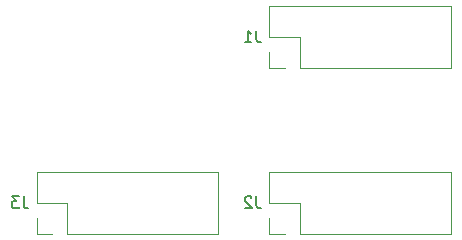
<source format=gbo>
G04 #@! TF.GenerationSoftware,KiCad,Pcbnew,6.0.9-8da3e8f707~116~ubuntu20.04.1*
G04 #@! TF.CreationDate,2022-12-23T11:26:32+01:00*
G04 #@! TF.ProjectId,z_pmod,7a5f706d-6f64-42e6-9b69-6361645f7063,rev?*
G04 #@! TF.SameCoordinates,Original*
G04 #@! TF.FileFunction,Legend,Bot*
G04 #@! TF.FilePolarity,Positive*
%FSLAX46Y46*%
G04 Gerber Fmt 4.6, Leading zero omitted, Abs format (unit mm)*
G04 Created by KiCad (PCBNEW 6.0.9-8da3e8f707~116~ubuntu20.04.1) date 2022-12-23 11:26:32*
%MOMM*%
%LPD*%
G01*
G04 APERTURE LIST*
%ADD10C,0.150000*%
%ADD11C,0.120000*%
%ADD12C,2.500000*%
%ADD13R,1.700000X1.700000*%
%ADD14O,1.700000X1.700000*%
G04 APERTURE END LIST*
D10*
X122643333Y-85882380D02*
X122643333Y-86596666D01*
X122690952Y-86739523D01*
X122786190Y-86834761D01*
X122929047Y-86882380D01*
X123024285Y-86882380D01*
X122262380Y-85882380D02*
X121643333Y-85882380D01*
X121976666Y-86263333D01*
X121833809Y-86263333D01*
X121738571Y-86310952D01*
X121690952Y-86358571D01*
X121643333Y-86453809D01*
X121643333Y-86691904D01*
X121690952Y-86787142D01*
X121738571Y-86834761D01*
X121833809Y-86882380D01*
X122119523Y-86882380D01*
X122214761Y-86834761D01*
X122262380Y-86787142D01*
X142343333Y-71842380D02*
X142343333Y-72556666D01*
X142390952Y-72699523D01*
X142486190Y-72794761D01*
X142629047Y-72842380D01*
X142724285Y-72842380D01*
X141343333Y-72842380D02*
X141914761Y-72842380D01*
X141629047Y-72842380D02*
X141629047Y-71842380D01*
X141724285Y-71985238D01*
X141819523Y-72080476D01*
X141914761Y-72128095D01*
X142343333Y-85882380D02*
X142343333Y-86596666D01*
X142390952Y-86739523D01*
X142486190Y-86834761D01*
X142629047Y-86882380D01*
X142724285Y-86882380D01*
X141914761Y-85977619D02*
X141867142Y-85930000D01*
X141771904Y-85882380D01*
X141533809Y-85882380D01*
X141438571Y-85930000D01*
X141390952Y-85977619D01*
X141343333Y-86072857D01*
X141343333Y-86168095D01*
X141390952Y-86310952D01*
X141962380Y-86882380D01*
X141343333Y-86882380D01*
D11*
X139110000Y-83830000D02*
X139110000Y-89030000D01*
X123750000Y-89030000D02*
X125080000Y-89030000D01*
X123750000Y-86430000D02*
X126350000Y-86430000D01*
X126350000Y-86430000D02*
X126350000Y-89030000D01*
X123750000Y-83830000D02*
X139110000Y-83830000D01*
X123750000Y-87700000D02*
X123750000Y-89030000D01*
X123750000Y-83830000D02*
X123750000Y-86430000D01*
X126350000Y-89030000D02*
X139110000Y-89030000D01*
X143450000Y-74990000D02*
X144780000Y-74990000D01*
X143450000Y-73660000D02*
X143450000Y-74990000D01*
X158810000Y-69790000D02*
X158810000Y-74990000D01*
X143450000Y-72390000D02*
X146050000Y-72390000D01*
X143450000Y-69790000D02*
X143450000Y-72390000D01*
X146050000Y-74990000D02*
X158810000Y-74990000D01*
X143450000Y-69790000D02*
X158810000Y-69790000D01*
X146050000Y-72390000D02*
X146050000Y-74990000D01*
X143450000Y-89030000D02*
X144780000Y-89030000D01*
X158810000Y-83830000D02*
X158810000Y-89030000D01*
X146050000Y-89030000D02*
X158810000Y-89030000D01*
X146050000Y-86430000D02*
X146050000Y-89030000D01*
X143450000Y-83830000D02*
X143450000Y-86430000D01*
X143450000Y-86430000D02*
X146050000Y-86430000D01*
X143450000Y-83830000D02*
X158810000Y-83830000D01*
X143450000Y-87700000D02*
X143450000Y-89030000D01*
%LPC*%
D12*
X139700000Y-104140000D03*
D13*
X144780000Y-96520000D03*
D14*
X144780000Y-99060000D03*
X147320000Y-96520000D03*
X147320000Y-99060000D03*
X149860000Y-96520000D03*
X149860000Y-99060000D03*
X152400000Y-96520000D03*
X152400000Y-99060000D03*
X154940000Y-96520000D03*
X154940000Y-99060000D03*
X157480000Y-96520000D03*
X157480000Y-99060000D03*
D13*
X114300000Y-96520000D03*
D14*
X114300000Y-99060000D03*
X116840000Y-96520000D03*
X116840000Y-99060000D03*
X119380000Y-96520000D03*
X119380000Y-99060000D03*
X121920000Y-96520000D03*
X121920000Y-99060000D03*
X124460000Y-96520000D03*
X124460000Y-99060000D03*
X127000000Y-96520000D03*
X127000000Y-99060000D03*
X129540000Y-96520000D03*
X129540000Y-99060000D03*
X132080000Y-96520000D03*
X132080000Y-99060000D03*
X134620000Y-96520000D03*
X134620000Y-99060000D03*
D13*
X125080000Y-87700000D03*
D14*
X125080000Y-85160000D03*
X127620000Y-87700000D03*
X127620000Y-85160000D03*
X130160000Y-87700000D03*
X130160000Y-85160000D03*
X132700000Y-87700000D03*
X132700000Y-85160000D03*
X135240000Y-87700000D03*
X135240000Y-85160000D03*
X137780000Y-87700000D03*
X137780000Y-85160000D03*
D13*
X144780000Y-73660000D03*
D14*
X144780000Y-71120000D03*
X147320000Y-73660000D03*
X147320000Y-71120000D03*
X149860000Y-73660000D03*
X149860000Y-71120000D03*
X152400000Y-73660000D03*
X152400000Y-71120000D03*
X154940000Y-73660000D03*
X154940000Y-71120000D03*
X157480000Y-73660000D03*
X157480000Y-71120000D03*
D13*
X144780000Y-87700000D03*
D14*
X144780000Y-85160000D03*
X147320000Y-87700000D03*
X147320000Y-85160000D03*
X149860000Y-87700000D03*
X149860000Y-85160000D03*
X152400000Y-87700000D03*
X152400000Y-85160000D03*
X154940000Y-87700000D03*
X154940000Y-85160000D03*
X157480000Y-87700000D03*
X157480000Y-85160000D03*
M02*

</source>
